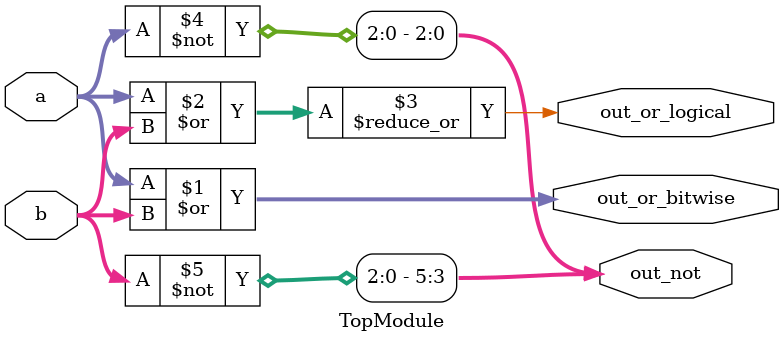
<source format=sv>
module TopModule(
    input [2:0] a,
    input [2:0] b,
    output [2:0] out_or_bitwise,
    output out_or_logical,
    output [5:0] out_not
);

    assign out_or_bitwise = a | b;
    assign out_or_logical = |(a | b);
    assign out_not = {~b, ~a};

endmodule
</source>
